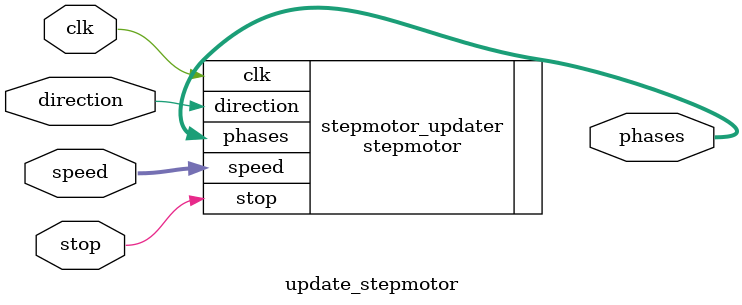
<source format=sv>
`timescale 1ns / 1ps


//--------------------------------updates stepmotor----------------------------------//
module update_stepmotor(
    //step motor
    input clk,
	input direction,
	input [1:0] speed,
	output [3:0] phases,
	input stop
);
       
    
stepmotor stepmotor_updater(
        .clk(clk),
        .direction(direction), //user input for motor direction
        .speed(speed), // user input for motor speed
        .phases(phases), // just connect them to FPGA (motor driver)
        .stop(stop) // user input for stopping the motor
    );
endmodule

</source>
